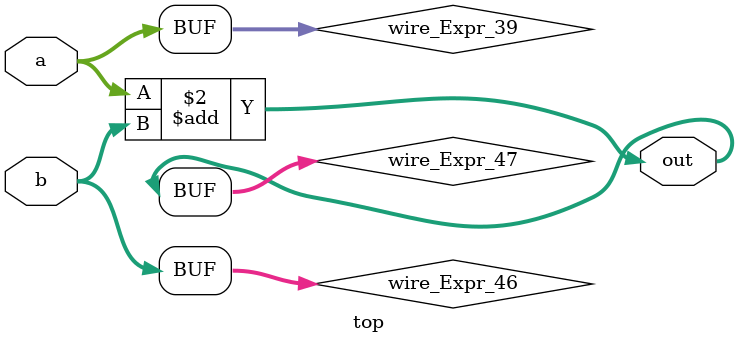
<source format=sv>
    module top(
      
      input [47-1:0] a,
      input [47-1:0] b,
      
      output [47-1:0] out,
    );
      assign out = wire_Expr_47;
      logic [47-1:0] wire_Expr_47 = (wire_Expr_39+wire_Expr_46);
      logic [47-1:0] wire_Expr_46 = b;
      logic [47-1:0] wire_Expr_39 = a;
      
    
    
    endmodule

// CHECK: module top(a, b, out);
// CHECK:   DSP48E2 #(
// CHECK: endmodule
</source>
